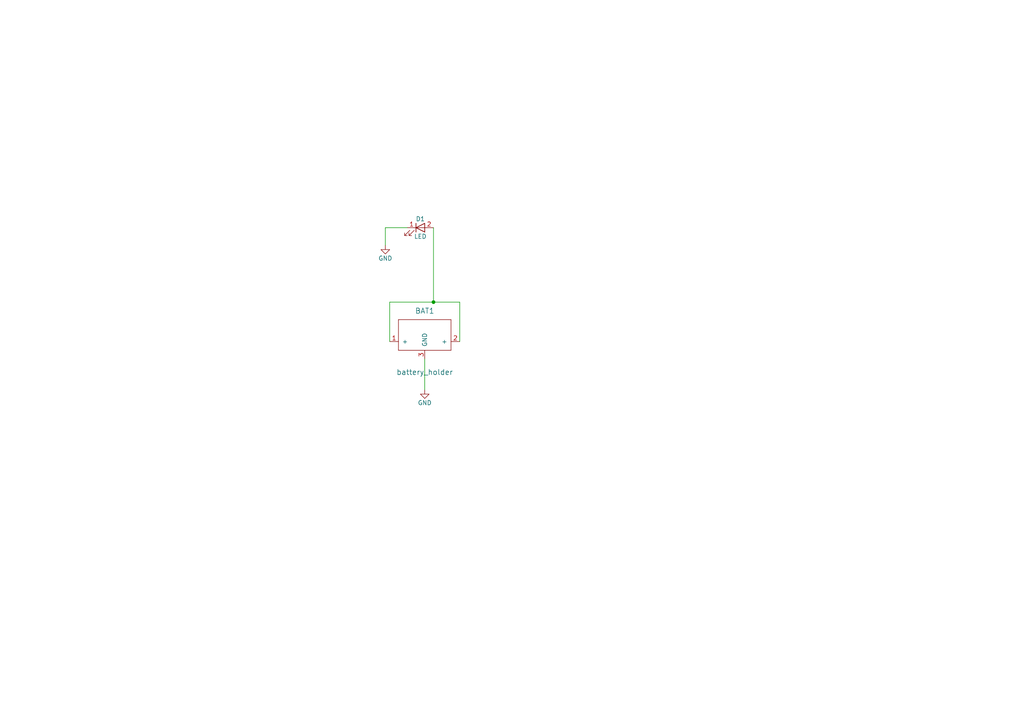
<source format=kicad_sch>
(kicad_sch
	(version 20231120)
	(generator "eeschema")
	(generator_version "8.0")
	(uuid "d0695e6b-9759-4c1d-8b01-a42be6a46c1b")
	(paper "A4")
	(lib_symbols
		(symbol "battery_holder:battery_holder"
			(pin_names
				(offset 1.016)
			)
			(exclude_from_sim no)
			(in_bom yes)
			(on_board yes)
			(property "Reference" "BAT"
				(at 0 8.89 0)
				(effects
					(font
						(size 1.524 1.524)
					)
				)
			)
			(property "Value" "battery_holder"
				(at 0 -8.89 0)
				(effects
					(font
						(size 1.524 1.524)
					)
				)
			)
			(property "Footprint" ""
				(at 11.43 5.08 0)
				(effects
					(font
						(size 1.524 1.524)
					)
					(hide yes)
				)
			)
			(property "Datasheet" ""
				(at 11.43 5.08 0)
				(effects
					(font
						(size 1.524 1.524)
					)
					(hide yes)
				)
			)
			(property "Description" ""
				(at 0 0 0)
				(effects
					(font
						(size 1.27 1.27)
					)
					(hide yes)
				)
			)
			(symbol "battery_holder_0_1"
				(rectangle
					(start -7.62 -2.54)
					(end 7.62 -2.54)
					(stroke
						(width 0)
						(type solid)
					)
					(fill
						(type none)
					)
				)
				(rectangle
					(start -7.62 6.35)
					(end -7.62 -2.54)
					(stroke
						(width 0)
						(type solid)
					)
					(fill
						(type none)
					)
				)
				(rectangle
					(start 7.62 6.35)
					(end -7.62 6.35)
					(stroke
						(width 0)
						(type solid)
					)
					(fill
						(type none)
					)
				)
				(rectangle
					(start 7.62 6.35)
					(end 7.62 -2.54)
					(stroke
						(width 0)
						(type solid)
					)
					(fill
						(type none)
					)
				)
			)
			(symbol "battery_holder_1_1"
				(pin input line
					(at -10.16 0 0)
					(length 2.54)
					(name "+"
						(effects
							(font
								(size 1.27 1.27)
							)
						)
					)
					(number "1"
						(effects
							(font
								(size 1.27 1.27)
							)
						)
					)
				)
				(pin input line
					(at 10.16 0 180)
					(length 2.54)
					(name "+"
						(effects
							(font
								(size 1.27 1.27)
							)
						)
					)
					(number "2"
						(effects
							(font
								(size 1.27 1.27)
							)
						)
					)
				)
				(pin output line
					(at 0 -5.08 90)
					(length 2.54)
					(name "GND"
						(effects
							(font
								(size 1.27 1.27)
							)
						)
					)
					(number "3"
						(effects
							(font
								(size 1.27 1.27)
							)
						)
					)
				)
			)
		)
		(symbol "solder_badge_SO-rescue:GND"
			(power)
			(pin_names
				(offset 0)
			)
			(exclude_from_sim no)
			(in_bom yes)
			(on_board yes)
			(property "Reference" "#PWR"
				(at 0 -6.35 0)
				(effects
					(font
						(size 1.27 1.27)
					)
					(hide yes)
				)
			)
			(property "Value" "GND"
				(at 0 -3.81 0)
				(effects
					(font
						(size 1.27 1.27)
					)
				)
			)
			(property "Footprint" ""
				(at 0 0 0)
				(effects
					(font
						(size 1.27 1.27)
					)
					(hide yes)
				)
			)
			(property "Datasheet" ""
				(at 0 0 0)
				(effects
					(font
						(size 1.27 1.27)
					)
					(hide yes)
				)
			)
			(property "Description" ""
				(at 0 0 0)
				(effects
					(font
						(size 1.27 1.27)
					)
					(hide yes)
				)
			)
			(property "Field5" ""
				(at 0 0 0)
				(effects
					(font
						(size 1.27 1.27)
					)
					(hide yes)
				)
			)
			(symbol "GND_0_1"
				(polyline
					(pts
						(xy 0 0) (xy 0 -1.27) (xy 1.27 -1.27) (xy 0 -2.54) (xy -1.27 -1.27) (xy 0 -1.27)
					)
					(stroke
						(width 0)
						(type solid)
					)
					(fill
						(type none)
					)
				)
			)
			(symbol "GND_1_1"
				(pin power_in line
					(at 0 0 270)
					(length 0) hide
					(name "GND"
						(effects
							(font
								(size 1.27 1.27)
							)
						)
					)
					(number "1"
						(effects
							(font
								(size 1.27 1.27)
							)
						)
					)
				)
			)
		)
		(symbol "solder_badge_SO-rescue:LED"
			(pin_names
				(offset 1.016) hide)
			(exclude_from_sim no)
			(in_bom yes)
			(on_board yes)
			(property "Reference" "D"
				(at 0 2.54 0)
				(effects
					(font
						(size 1.27 1.27)
					)
				)
			)
			(property "Value" "LED"
				(at 0 -2.54 0)
				(effects
					(font
						(size 1.27 1.27)
					)
				)
			)
			(property "Footprint" ""
				(at 0 0 0)
				(effects
					(font
						(size 1.27 1.27)
					)
					(hide yes)
				)
			)
			(property "Datasheet" ""
				(at 0 0 0)
				(effects
					(font
						(size 1.27 1.27)
					)
					(hide yes)
				)
			)
			(property "Description" ""
				(at 0 0 0)
				(effects
					(font
						(size 1.27 1.27)
					)
					(hide yes)
				)
			)
			(property "Field5" ""
				(at 0 0 0)
				(effects
					(font
						(size 1.27 1.27)
					)
					(hide yes)
				)
			)
			(property "ki_fp_filters" "LED*"
				(at 0 0 0)
				(effects
					(font
						(size 1.27 1.27)
					)
					(hide yes)
				)
			)
			(symbol "LED_0_1"
				(polyline
					(pts
						(xy -1.27 -1.27) (xy -1.27 1.27)
					)
					(stroke
						(width 0.2032)
						(type solid)
					)
					(fill
						(type none)
					)
				)
				(polyline
					(pts
						(xy -1.27 0) (xy 1.27 0)
					)
					(stroke
						(width 0)
						(type solid)
					)
					(fill
						(type none)
					)
				)
				(polyline
					(pts
						(xy 1.27 -1.27) (xy 1.27 1.27) (xy -1.27 0) (xy 1.27 -1.27)
					)
					(stroke
						(width 0.2032)
						(type solid)
					)
					(fill
						(type none)
					)
				)
				(polyline
					(pts
						(xy -3.048 -0.762) (xy -4.572 -2.286) (xy -3.81 -2.286) (xy -4.572 -2.286) (xy -4.572 -1.524)
					)
					(stroke
						(width 0)
						(type solid)
					)
					(fill
						(type none)
					)
				)
				(polyline
					(pts
						(xy -1.778 -0.762) (xy -3.302 -2.286) (xy -2.54 -2.286) (xy -3.302 -2.286) (xy -3.302 -1.524)
					)
					(stroke
						(width 0)
						(type solid)
					)
					(fill
						(type none)
					)
				)
			)
			(symbol "LED_1_1"
				(pin passive line
					(at -3.81 0 0)
					(length 2.54)
					(name "K"
						(effects
							(font
								(size 1.27 1.27)
							)
						)
					)
					(number "1"
						(effects
							(font
								(size 1.27 1.27)
							)
						)
					)
				)
				(pin passive line
					(at 3.81 0 180)
					(length 2.54)
					(name "A"
						(effects
							(font
								(size 1.27 1.27)
							)
						)
					)
					(number "2"
						(effects
							(font
								(size 1.27 1.27)
							)
						)
					)
				)
			)
		)
	)
	(junction
		(at 125.73 87.63)
		(diameter 0)
		(color 0 0 0 0)
		(uuid "0710d3c4-4bc8-4d2b-b06d-e05a01edf69a")
	)
	(wire
		(pts
			(xy 111.76 66.04) (xy 118.11 66.04)
		)
		(stroke
			(width 0)
			(type default)
		)
		(uuid "340d63b8-ac85-4941-b2c4-c738bef83799")
	)
	(wire
		(pts
			(xy 113.03 87.63) (xy 113.03 99.06)
		)
		(stroke
			(width 0)
			(type default)
		)
		(uuid "4b8aabd9-126a-48c1-acee-a28c5979bace")
	)
	(wire
		(pts
			(xy 123.19 104.14) (xy 123.19 113.03)
		)
		(stroke
			(width 0)
			(type default)
		)
		(uuid "6e6a3d92-4ffc-4d7a-8a4c-0825ac7f6cd4")
	)
	(wire
		(pts
			(xy 111.76 71.12) (xy 111.76 66.04)
		)
		(stroke
			(width 0)
			(type default)
		)
		(uuid "726ea908-da51-4b6a-8bb7-7faadec8b2ba")
	)
	(wire
		(pts
			(xy 113.03 87.63) (xy 125.73 87.63)
		)
		(stroke
			(width 0)
			(type default)
		)
		(uuid "8393e95b-1a9b-4a53-89c4-bae3899a550a")
	)
	(wire
		(pts
			(xy 125.73 87.63) (xy 133.35 87.63)
		)
		(stroke
			(width 0)
			(type default)
		)
		(uuid "9bb2ebf4-3132-4f29-97d6-17207ed6ea42")
	)
	(wire
		(pts
			(xy 133.35 87.63) (xy 133.35 99.06)
		)
		(stroke
			(width 0)
			(type default)
		)
		(uuid "c91994d8-38ce-472c-b184-b6f4c53d90c9")
	)
	(wire
		(pts
			(xy 125.73 66.04) (xy 125.73 87.63)
		)
		(stroke
			(width 0)
			(type default)
		)
		(uuid "f5e6fe39-d2d8-4f17-bea5-7b361ad306ae")
	)
	(symbol
		(lib_id "battery_holder:battery_holder")
		(at 123.19 99.06 0)
		(unit 1)
		(exclude_from_sim no)
		(in_bom yes)
		(on_board yes)
		(dnp no)
		(uuid "00000000-0000-0000-0000-0000619fbfa6")
		(property "Reference" "BAT1"
			(at 123.19 90.17 0)
			(effects
				(font
					(size 1.524 1.524)
				)
			)
		)
		(property "Value" "battery_holder"
			(at 123.19 107.95 0)
			(effects
				(font
					(size 1.524 1.524)
				)
			)
		)
		(property "Footprint" "battery_holder_edited:battery_holder"
			(at 134.62 93.98 0)
			(effects
				(font
					(size 1.524 1.524)
				)
				(hide yes)
			)
		)
		(property "Datasheet" ""
			(at 134.62 93.98 0)
			(effects
				(font
					(size 1.524 1.524)
				)
				(hide yes)
			)
		)
		(property "Description" ""
			(at 123.19 99.06 0)
			(effects
				(font
					(size 1.27 1.27)
				)
				(hide yes)
			)
		)
		(pin "2"
			(uuid "1f6739ee-6748-4b1c-a4bf-d03ac162c1aa")
		)
		(pin "3"
			(uuid "5dec0d5d-dfb3-459f-9e4c-9a14fe71a522")
		)
		(pin "1"
			(uuid "51723422-df31-4558-b263-528c599789b8")
		)
		(instances
			(project ""
				(path "/d0695e6b-9759-4c1d-8b01-a42be6a46c1b"
					(reference "BAT1")
					(unit 1)
				)
			)
		)
	)
	(symbol
		(lib_name "solder_badge_SO-rescue:LED")
		(lib_id "solder_badge_SO-rescue:LED")
		(at 121.92 66.04 0)
		(unit 1)
		(exclude_from_sim no)
		(in_bom yes)
		(on_board yes)
		(dnp no)
		(uuid "00000000-0000-0000-0000-0000619fbff3")
		(property "Reference" "D1"
			(at 121.92 63.5 0)
			(effects
				(font
					(size 1.27 1.27)
				)
			)
		)
		(property "Value" "LED"
			(at 121.92 68.58 0)
			(effects
				(font
					(size 1.27 1.27)
				)
			)
		)
		(property "Footprint" "digikey-footprints:LED_5mm_Radial"
			(at 121.92 66.04 0)
			(effects
				(font
					(size 1.27 1.27)
				)
				(hide yes)
			)
		)
		(property "Datasheet" ""
			(at 121.92 66.04 0)
			(effects
				(font
					(size 1.27 1.27)
				)
				(hide yes)
			)
		)
		(property "Description" ""
			(at 121.92 66.04 0)
			(effects
				(font
					(size 1.27 1.27)
				)
				(hide yes)
			)
		)
		(pin "1"
			(uuid "dab79189-a6f2-4d80-892e-1ca403a0c8eb")
		)
		(pin "2"
			(uuid "8b042282-2ac3-4e7f-8bbc-0dfd2b613145")
		)
		(instances
			(project ""
				(path "/d0695e6b-9759-4c1d-8b01-a42be6a46c1b"
					(reference "D1")
					(unit 1)
				)
			)
		)
	)
	(symbol
		(lib_name "solder_badge_SO-rescue:GND")
		(lib_id "solder_badge_SO-rescue:GND")
		(at 111.76 71.12 0)
		(unit 1)
		(exclude_from_sim no)
		(in_bom yes)
		(on_board yes)
		(dnp no)
		(uuid "00000000-0000-0000-0000-0000619fc102")
		(property "Reference" "#PWR01"
			(at 111.76 77.47 0)
			(effects
				(font
					(size 1.27 1.27)
				)
				(hide yes)
			)
		)
		(property "Value" "GND"
			(at 111.76 74.93 0)
			(effects
				(font
					(size 1.27 1.27)
				)
			)
		)
		(property "Footprint" ""
			(at 111.76 71.12 0)
			(effects
				(font
					(size 1.27 1.27)
				)
				(hide yes)
			)
		)
		(property "Datasheet" ""
			(at 111.76 71.12 0)
			(effects
				(font
					(size 1.27 1.27)
				)
				(hide yes)
			)
		)
		(property "Description" ""
			(at 111.76 71.12 0)
			(effects
				(font
					(size 1.27 1.27)
				)
				(hide yes)
			)
		)
		(pin "1"
			(uuid "11b73ef9-5fac-4b48-b8b6-b63d9fe08daa")
		)
		(instances
			(project ""
				(path "/d0695e6b-9759-4c1d-8b01-a42be6a46c1b"
					(reference "#PWR01")
					(unit 1)
				)
			)
		)
	)
	(symbol
		(lib_name "solder_badge_SO-rescue:GND")
		(lib_id "solder_badge_SO-rescue:GND")
		(at 123.19 113.03 0)
		(unit 1)
		(exclude_from_sim no)
		(in_bom yes)
		(on_board yes)
		(dnp no)
		(uuid "00000000-0000-0000-0000-0000619fc11a")
		(property "Reference" "#PWR02"
			(at 123.19 119.38 0)
			(effects
				(font
					(size 1.27 1.27)
				)
				(hide yes)
			)
		)
		(property "Value" "GND"
			(at 123.19 116.84 0)
			(effects
				(font
					(size 1.27 1.27)
				)
			)
		)
		(property "Footprint" ""
			(at 123.19 113.03 0)
			(effects
				(font
					(size 1.27 1.27)
				)
				(hide yes)
			)
		)
		(property "Datasheet" ""
			(at 123.19 113.03 0)
			(effects
				(font
					(size 1.27 1.27)
				)
				(hide yes)
			)
		)
		(property "Description" ""
			(at 123.19 113.03 0)
			(effects
				(font
					(size 1.27 1.27)
				)
				(hide yes)
			)
		)
		(pin "1"
			(uuid "dbd62dac-e417-469a-8d9c-947c12d64c9e")
		)
		(instances
			(project ""
				(path "/d0695e6b-9759-4c1d-8b01-a42be6a46c1b"
					(reference "#PWR02")
					(unit 1)
				)
			)
		)
	)
	(sheet_instances
		(path "/"
			(page "1")
		)
	)
)

</source>
